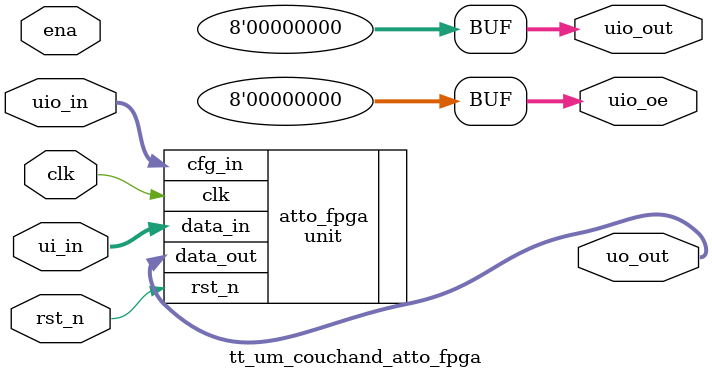
<source format=v>
/*
 * Copyright (c) 2024 Andrew Dona-Couch
 * SPDX-License-Identifier: Apache-2.0
 */

`define default_netname none

module tt_um_couchand_atto_fpga (
    input  wire [7:0] ui_in,    // Dedicated inputs
    output wire [7:0] uo_out,   // Dedicated outputs
    input  wire [7:0] uio_in,   // IOs: Input path
    output wire [7:0] uio_out,  // IOs: Output path
    output wire [7:0] uio_oe,   // IOs: Enable path (active high: 0=input, 1=output)
    input  wire       ena,      // will go high when the design is enabled
    input  wire       clk,      // clock
    input  wire       rst_n     // reset_n - low to reset
);

  assign uio_out = 0;
  assign uio_oe  = 0;

  unit atto_fpga(
    .clk(clk),
    .rst_n(rst_n),
    .data_in(ui_in),
    .data_out(uo_out),
    .cfg_in(uio_in)
  );

endmodule

</source>
